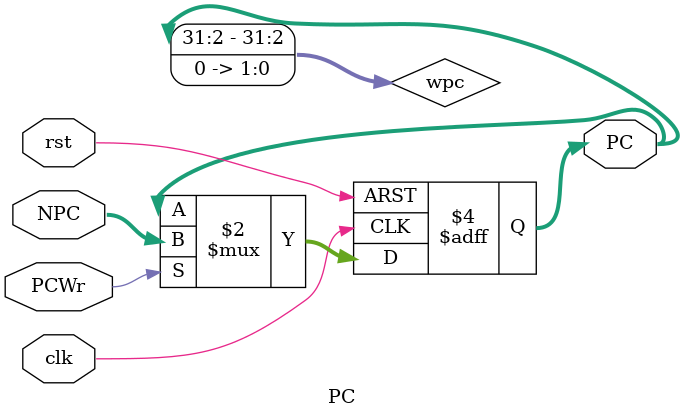
<source format=v>
module PC( clk, rst, PCWr, NPC, PC );
           
   input         clk;
   input         rst;
   input         PCWr;
   input  [31:2] NPC;
   output [31:2] PC;
   
   reg [31:2] PC;
   reg [1:0] tmp;
   wire [31:0] wpc;
   
   assign wpc = {PC,2'b00};
               
   always @(posedge clk or posedge rst) begin
      if ( rst ) 
         {PC, tmp} <= 32'h0000_3000;   
      else if ( PCWr ) 
         PC <= NPC;
   end // end always
           
endmodule

</source>
